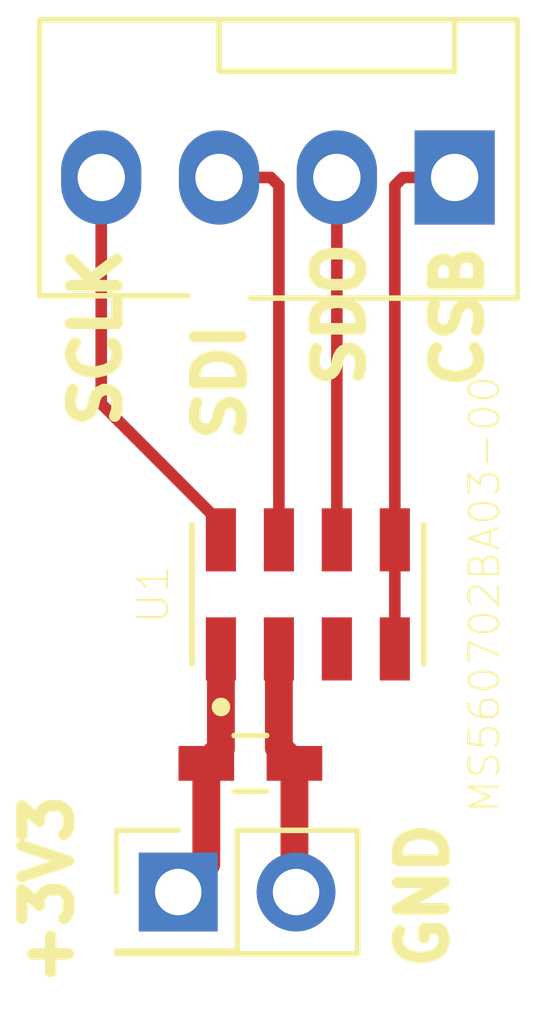
<source format=kicad_pcb>
(kicad_pcb (version 20171130) (host pcbnew 5.0.2-bee76a0~70~ubuntu18.04.1)

  (general
    (thickness 1.6)
    (drawings 6)
    (tracks 21)
    (zones 0)
    (modules 4)
    (nets 7)
  )

  (page A4)
  (layers
    (0 F.Cu signal)
    (31 B.Cu signal)
    (32 B.Adhes user)
    (33 F.Adhes user)
    (34 B.Paste user)
    (35 F.Paste user)
    (36 B.SilkS user)
    (37 F.SilkS user)
    (38 B.Mask user)
    (39 F.Mask user)
    (40 Dwgs.User user)
    (41 Cmts.User user)
    (42 Eco1.User user)
    (43 Eco2.User user)
    (44 Edge.Cuts user)
    (45 Margin user)
    (46 B.CrtYd user)
    (47 F.CrtYd user)
    (48 B.Fab user)
    (49 F.Fab user)
  )

  (setup
    (last_trace_width 0.6)
    (trace_clearance 0.2)
    (zone_clearance 0.508)
    (zone_45_only no)
    (trace_min 0.2)
    (segment_width 0.2)
    (edge_width 0.15)
    (via_size 0.8)
    (via_drill 0.4)
    (via_min_size 0.4)
    (via_min_drill 0.3)
    (uvia_size 0.3)
    (uvia_drill 0.1)
    (uvias_allowed no)
    (uvia_min_size 0.2)
    (uvia_min_drill 0.1)
    (pcb_text_width 0.3)
    (pcb_text_size 1.5 1.5)
    (mod_edge_width 0.15)
    (mod_text_size 1 1)
    (mod_text_width 0.15)
    (pad_size 4 4)
    (pad_drill 0)
    (pad_to_mask_clearance 0.2)
    (solder_mask_min_width 0.25)
    (aux_axis_origin 0 0)
    (visible_elements FFFFFF7F)
    (pcbplotparams
      (layerselection 0x3f0fc_ffffffff)
      (usegerberextensions false)
      (usegerberattributes false)
      (usegerberadvancedattributes false)
      (creategerberjobfile false)
      (excludeedgelayer true)
      (linewidth 0.100000)
      (plotframeref false)
      (viasonmask false)
      (mode 1)
      (useauxorigin false)
      (hpglpennumber 1)
      (hpglpenspeed 20)
      (hpglpendiameter 15.000000)
      (psnegative false)
      (psa4output false)
      (plotreference true)
      (plotvalue true)
      (plotinvisibletext false)
      (padsonsilk false)
      (subtractmaskfromsilk false)
      (outputformat 1)
      (mirror false)
      (drillshape 0)
      (scaleselection 1)
      (outputdirectory "Gerber/"))
  )

  (net 0 "")
  (net 1 GND)
  (net 2 +3V3)
  (net 3 /CSB)
  (net 4 /SDO)
  (net 5 /SDI)
  (net 6 /SCLK)

  (net_class Default "This is the default net class."
    (clearance 0.2)
    (trace_width 0.6)
    (via_dia 0.8)
    (via_drill 0.4)
    (uvia_dia 0.3)
    (uvia_drill 0.1)
    (add_net +3V3)
    (add_net /CSB)
    (add_net /SCLK)
    (add_net /SDI)
    (add_net /SDO)
    (add_net GND)
  )

  (module Capacitors_SMD:C_0603_HandSoldering (layer F.Cu) (tedit 5BD68DAC) (tstamp 5BD6D767)
    (at 145.6 93.01)
    (descr "Capacitor SMD 0603, hand soldering")
    (tags "capacitor 0603")
    (path /5BB5E0FC)
    (attr smd)
    (fp_text reference C1 (at 0 -1.25) (layer F.SilkS) hide
      (effects (font (size 1 1) (thickness 0.15)))
    )
    (fp_text value 100nF (at 0 1.5) (layer F.Fab) hide
      (effects (font (size 1 1) (thickness 0.15)))
    )
    (fp_text user %R (at 2.8 0) (layer F.Fab)
      (effects (font (size 1 1) (thickness 0.15)))
    )
    (fp_line (start -0.8 0.4) (end -0.8 -0.4) (layer F.Fab) (width 0.1))
    (fp_line (start 0.8 0.4) (end -0.8 0.4) (layer F.Fab) (width 0.1))
    (fp_line (start 0.8 -0.4) (end 0.8 0.4) (layer F.Fab) (width 0.1))
    (fp_line (start -0.8 -0.4) (end 0.8 -0.4) (layer F.Fab) (width 0.1))
    (fp_line (start -0.35 -0.6) (end 0.35 -0.6) (layer F.SilkS) (width 0.12))
    (fp_line (start 0.35 0.6) (end -0.35 0.6) (layer F.SilkS) (width 0.12))
    (fp_line (start -1.8 -0.65) (end 1.8 -0.65) (layer F.CrtYd) (width 0.05))
    (fp_line (start -1.8 -0.65) (end -1.8 0.65) (layer F.CrtYd) (width 0.05))
    (fp_line (start 1.8 0.65) (end 1.8 -0.65) (layer F.CrtYd) (width 0.05))
    (fp_line (start 1.8 0.65) (end -1.8 0.65) (layer F.CrtYd) (width 0.05))
    (pad 1 smd rect (at -0.95 0) (size 1.2 0.75) (layers F.Cu F.Paste F.Mask)
      (net 2 +3V3))
    (pad 2 smd rect (at 0.95 0) (size 1.2 0.75) (layers F.Cu F.Paste F.Mask)
      (net 1 GND))
    (model Capacitors_SMD.3dshapes/C_0603.wrl
      (at (xyz 0 0 0))
      (scale (xyz 1 1 1))
      (rotate (xyz 0 0 0))
    )
  )

  (module Connector:FanPinHeader_1x04_P2.54mm_Vertical (layer F.Cu) (tedit 5BC80010) (tstamp 5BD6E04E)
    (at 150.004203 80.383068 180)
    (descr "4-pin CPU fan Through hole pin header, e.g. for Wieson part number 2366C888-007 Molex 47053-1000, Foxconn HF27040-M1, Tyco 1470947-1 or equivalent, see http://www.formfactors.org/developer%5Cspecs%5Crev1_2_public.pdf")
    (tags "pin header 4-pin CPU fan")
    (path /5BB59CF9)
    (fp_text reference "" (at 5.91 2.06 90) (layer F.SilkS) hide
      (effects (font (size 1 1) (thickness 0.15)))
    )
    (fp_text value "" (at 3.83 4.21 180) (layer F.Fab) hide
      (effects (font (size 0.5 0.5) (thickness 0.125)))
    )
    (fp_text user %R (at 8.89 -3.81 270) (layer F.Fab)
      (effects (font (size 1 1) (thickness 0.15)))
    )
    (fp_line (start -1.35 -2.6) (end 4.4 -2.6) (layer F.SilkS) (width 0.12))
    (fp_line (start 5.75 -2.55) (end 8.95 -2.55) (layer F.SilkS) (width 0.12))
    (fp_line (start 8.95 -2.55) (end 8.95 3.4) (layer F.SilkS) (width 0.12))
    (fp_line (start 8.95 3.4) (end -1.35 3.4) (layer F.SilkS) (width 0.12))
    (fp_line (start -1.35 3.4) (end -1.35 -2.6) (layer F.SilkS) (width 0.12))
    (fp_line (start 5.1 3.3) (end 5.1 2.3) (layer F.Fab) (width 0.1))
    (fp_line (start 5.1 2.3) (end 0 2.3) (layer F.Fab) (width 0.1))
    (fp_line (start 0 2.3) (end 0 3.3) (layer F.Fab) (width 0.1))
    (fp_line (start 5.75 -2.5) (end 8.85 -2.5) (layer F.Fab) (width 0.1))
    (fp_line (start 8.85 -2.5) (end 8.85 3.3) (layer F.Fab) (width 0.1))
    (fp_line (start 8.85 3.3) (end -1.2 3.3) (layer F.Fab) (width 0.1))
    (fp_line (start -1.2 3.3) (end -1.25 3.3) (layer F.Fab) (width 0.1))
    (fp_line (start -1.25 3.3) (end -1.25 -2.5) (layer F.Fab) (width 0.1))
    (fp_line (start -1.25 -2.5) (end 4.4 -2.5) (layer F.Fab) (width 0.1))
    (fp_line (start 0 3.3) (end 0 2.29) (layer F.SilkS) (width 0.12))
    (fp_line (start 0 2.29) (end 5.08 2.29) (layer F.SilkS) (width 0.12))
    (fp_line (start 5.08 2.29) (end 5.08 3.3) (layer F.SilkS) (width 0.12))
    (fp_line (start -1.75 3.8) (end -1.75 -3.2) (layer F.CrtYd) (width 0.05))
    (fp_line (start -1.75 3.8) (end 9.35 3.8) (layer F.CrtYd) (width 0.05))
    (fp_line (start 9.35 -3.2) (end -1.75 -3.2) (layer F.CrtYd) (width 0.05))
    (fp_line (start 9.35 -3.2) (end 9.35 3.8) (layer F.CrtYd) (width 0.05))
    (pad 1 thru_hole rect (at 0 0 270) (size 2.03 1.73) (drill 1.02) (layers *.Cu *.Mask)
      (net 3 /CSB))
    (pad 2 thru_hole oval (at 2.54 0 270) (size 2.03 1.73) (drill 1.02) (layers *.Cu *.Mask)
      (net 4 /SDO))
    (pad 3 thru_hole oval (at 5.08 0 270) (size 2.03 1.73) (drill 1.02) (layers *.Cu *.Mask)
      (net 5 /SDI))
    (pad 4 thru_hole oval (at 7.62 0 270) (size 2.03 1.73) (drill 1.02) (layers *.Cu *.Mask)
      (net 6 /SCLK))
    (pad "" np_thru_hole circle (at 5.08 -2.16 270) (size 1.1 1.1) (drill 1.1) (layers *.Cu *.Mask))
    (model ${KISYS3DMOD}/Connector.3dshapes/FanPinHeader_1x04_P2.54mm_Vertical.wrl
      (at (xyz 0 0 0))
      (scale (xyz 1 1 1))
      (rotate (xyz 0 0 0))
    )
  )

  (module MS560702BA03-00:SON125P500X300X100-8N (layer F.Cu) (tedit 0) (tstamp 5BD6E765)
    (at 146.839203 89.368068 90)
    (path /5BB59AA0)
    (attr smd)
    (fp_text reference U1 (at 0 -3.3333 90) (layer F.SilkS)
      (effects (font (size 0.641134 0.641134) (thickness 0.05)))
    )
    (fp_text value MS560702BA03-00 (at 0 3.81 90) (layer F.SilkS)
      (effects (font (size 0.641908 0.641908) (thickness 0.05)))
    )
    (fp_line (start -1.5 -2.5) (end -1.5 2.5) (layer Dwgs.User) (width 0.127))
    (fp_line (start -1.5 2.5) (end 1.5 2.5) (layer Dwgs.User) (width 0.127))
    (fp_line (start 1.5 2.5) (end 1.5 -2.5) (layer Dwgs.User) (width 0.127))
    (fp_line (start 1.5 -2.5) (end -1.5 -2.5) (layer Dwgs.User) (width 0.127))
    (fp_line (start -1.5 -2.5) (end 1.5 -2.5) (layer F.SilkS) (width 0.127))
    (fp_line (start -1.5 2.5) (end 1.5 2.5) (layer F.SilkS) (width 0.127))
    (fp_line (start -2.11 -2.75) (end -2.11 2.75) (layer Eco1.User) (width 0.05))
    (fp_line (start -2.11 2.75) (end 2.11 2.75) (layer Eco1.User) (width 0.05))
    (fp_line (start 2.11 2.75) (end 2.11 -2.75) (layer Eco1.User) (width 0.05))
    (fp_line (start 2.11 -2.75) (end -2.11 -2.75) (layer Eco1.User) (width 0.05))
    (fp_circle (center -2.427 -1.873) (end -2.327 -1.873) (layer F.SilkS) (width 0.2))
    (fp_poly (pts (xy -1.87796 -1.4375) (xy 1.875 -1.4375) (xy 1.875 -1.06418) (xy -1.87796 -1.06418)) (layer Dwgs.User) (width 0))
    (fp_poly (pts (xy -1.87762 -1.4375) (xy 1.875 -1.4375) (xy 1.875 -1.06398) (xy -1.87762 -1.06398)) (layer Dwgs.User) (width 0))
    (fp_poly (pts (xy -1.88126 -0.1875) (xy 1.875 -0.1875) (xy 1.875 0.188126) (xy -1.88126 0.188126)) (layer Dwgs.User) (width 0))
    (fp_poly (pts (xy -1.87822 -0.1875) (xy 1.875 -0.1875) (xy 1.875 0.187822) (xy -1.87822 0.187822)) (layer Dwgs.User) (width 0))
    (fp_poly (pts (xy -1.8797 1.0625) (xy 1.875 1.0625) (xy 1.875 1.4411) (xy -1.8797 1.4411)) (layer Dwgs.User) (width 0))
    (fp_poly (pts (xy -1.88007 1.0625) (xy 1.875 1.0625) (xy 1.875 1.44139) (xy -1.88007 1.44139)) (layer Dwgs.User) (width 0))
    (fp_poly (pts (xy -0.376184 -1.905) (xy 0.381 -1.905) (xy 0.381 1.93961) (xy -0.376184 1.93961)) (layer Dwgs.User) (width 0))
    (fp_poly (pts (xy -0.375701 -1.905) (xy 0.381 -1.905) (xy 0.381 1.93712) (xy -0.375701 1.93712)) (layer Dwgs.User) (width 0))
    (pad 1 smd rect (at -1.175 -1.875 90) (size 1.36 0.65) (layers F.Cu F.Paste F.Mask)
      (net 2 +3V3))
    (pad 8 smd rect (at 1.175 -1.875 90) (size 1.36 0.65) (layers F.Cu F.Paste F.Mask)
      (net 6 /SCLK))
    (pad 2 smd rect (at -1.175 -0.625 90) (size 1.36 0.65) (layers F.Cu F.Paste F.Mask)
      (net 1 GND))
    (pad 3 smd rect (at -1.175 0.625 90) (size 1.36 0.65) (layers F.Cu F.Paste F.Mask)
      (net 1 GND))
    (pad 4 smd rect (at -1.175 1.875 90) (size 1.36 0.65) (layers F.Cu F.Paste F.Mask)
      (net 3 /CSB))
    (pad 5 smd rect (at 1.175 1.875 90) (size 1.36 0.65) (layers F.Cu F.Paste F.Mask)
      (net 3 /CSB))
    (pad 6 smd rect (at 1.175 0.625 90) (size 1.36 0.65) (layers F.Cu F.Paste F.Mask)
      (net 4 /SDO))
    (pad 7 smd rect (at 1.175 -0.625 90) (size 1.36 0.65) (layers F.Cu F.Paste F.Mask)
      (net 5 /SDI))
  )

  (module Connector_PinHeader_2.54mm:PinHeader_2x01_P2.54mm_Vertical (layer F.Cu) (tedit 5BC8008D) (tstamp 5BD6EDA9)
    (at 144.044203 95.783068)
    (descr "Through hole straight pin header, 2x01, 2.54mm pitch, double rows")
    (tags "Through hole pin header THT 2x01 2.54mm double row")
    (path /5BBAC4EB)
    (fp_text reference "" (at -2.6 -1.89 -270) (layer F.SilkS) hide
      (effects (font (size 1 1) (thickness 0.15)))
    )
    (fp_text value "" (at 1.25 2.57) (layer F.Fab)
      (effects (font (size 1 1) (thickness 0.15)))
    )
    (fp_line (start 0 -1.27) (end 3.81 -1.27) (layer F.Fab) (width 0.1))
    (fp_line (start 3.81 -1.27) (end 3.81 1.27) (layer F.Fab) (width 0.1))
    (fp_line (start 3.81 1.27) (end -1.27 1.27) (layer F.Fab) (width 0.1))
    (fp_line (start -1.27 1.27) (end -1.27 0) (layer F.Fab) (width 0.1))
    (fp_line (start -1.27 0) (end 0 -1.27) (layer F.Fab) (width 0.1))
    (fp_line (start -1.33 1.33) (end 3.87 1.33) (layer F.SilkS) (width 0.12))
    (fp_line (start -1.33 1.27) (end -1.33 1.33) (layer F.SilkS) (width 0.12))
    (fp_line (start 3.87 -1.33) (end 3.87 1.33) (layer F.SilkS) (width 0.12))
    (fp_line (start -1.33 1.27) (end 1.27 1.27) (layer F.SilkS) (width 0.12))
    (fp_line (start 1.27 1.27) (end 1.27 -1.33) (layer F.SilkS) (width 0.12))
    (fp_line (start 1.27 -1.33) (end 3.87 -1.33) (layer F.SilkS) (width 0.12))
    (fp_line (start -1.33 0) (end -1.33 -1.33) (layer F.SilkS) (width 0.12))
    (fp_line (start -1.33 -1.33) (end 0 -1.33) (layer F.SilkS) (width 0.12))
    (fp_line (start -1.8 -1.8) (end -1.8 1.8) (layer F.CrtYd) (width 0.05))
    (fp_line (start -1.8 1.8) (end 4.35 1.8) (layer F.CrtYd) (width 0.05))
    (fp_line (start 4.35 1.8) (end 4.35 -1.8) (layer F.CrtYd) (width 0.05))
    (fp_line (start 4.35 -1.8) (end -1.8 -1.8) (layer F.CrtYd) (width 0.05))
    (fp_text user %R (at 5.12 -1.18 -270) (layer F.Fab)
      (effects (font (size 1 1) (thickness 0.15)))
    )
    (pad 1 thru_hole rect (at 0 0) (size 1.7 1.7) (drill 1) (layers *.Cu *.Mask)
      (net 2 +3V3))
    (pad 2 thru_hole oval (at 2.54 0) (size 1.7 1.7) (drill 1) (layers *.Cu *.Mask)
      (net 1 GND))
    (model ${KISYS3DMOD}/Connector_PinHeader_2.54mm.3dshapes/PinHeader_2x01_P2.54mm_Vertical.wrl
      (at (xyz 0 0 0))
      (scale (xyz 1 1 1))
      (rotate (xyz 0 0 0))
    )
  )

  (gr_text GND (at 149.325 95.86 90) (layer F.SilkS) (tstamp 5BD6C5D6)
    (effects (font (size 1 1) (thickness 0.25)))
  )
  (gr_text +3V3 (at 141.225 95.735 90) (layer F.SilkS) (tstamp 5BD6EEE3)
    (effects (font (size 1 1) (thickness 0.25)))
  )
  (gr_text CSB (at 150.075 83.385 90) (layer F.SilkS) (tstamp 5BD6EEE0)
    (effects (font (size 1 1) (thickness 0.25)))
  )
  (gr_text SDO (at 147.525 83.335 90) (layer F.SilkS) (tstamp 5BD6EEDD)
    (effects (font (size 1 1) (thickness 0.25)))
  )
  (gr_text SDI (at 144.95 84.785 90) (layer F.SilkS) (tstamp 5BD6EEDA)
    (effects (font (size 1 1) (thickness 0.25)))
  )
  (gr_text SCLK (at 142.275 83.835 90) (layer F.SilkS) (tstamp 5BD6EED7)
    (effects (font (size 1 1) (thickness 0.25)))
  )

  (segment (start 146.214203 92.674203) (end 146.55 93.01) (width 0.6) (layer F.Cu) (net 1) (tstamp 5BD6D149))
  (segment (start 146.214203 90.543068) (end 146.214203 92.674203) (width 0.6) (layer F.Cu) (net 1) (tstamp 5BD6D146))
  (segment (start 146.55 95.748865) (end 146.584203 95.783068) (width 0.6) (layer F.Cu) (net 1) (tstamp 5BD6D143))
  (segment (start 146.55 93.01) (end 146.55 95.748865) (width 0.6) (layer F.Cu) (net 1) (tstamp 5BD6D140))
  (segment (start 145.024203 90.603068) (end 144.964203 90.543068) (width 0.25) (layer F.Cu) (net 2) (tstamp 5BD6D257) (status 30))
  (segment (start 144.964203 92.695797) (end 144.65 93.01) (width 0.6) (layer F.Cu) (net 2) (tstamp 5BD6C95D))
  (segment (start 144.964203 90.543068) (end 144.964203 92.695797) (width 0.6) (layer F.Cu) (net 2) (tstamp 5BD6C95A))
  (segment (start 144.65 95.177271) (end 144.044203 95.783068) (width 0.6) (layer F.Cu) (net 2) (tstamp 5BD6C957))
  (segment (start 144.65 93.01) (end 144.65 95.177271) (width 0.6) (layer F.Cu) (net 2) (tstamp 5BD6C954))
  (segment (start 148.889203 80.383068) (end 150.004203 80.383068) (width 0.25) (layer F.Cu) (net 3) (tstamp 5BD6D79A) (status 20))
  (segment (start 148.714203 80.558068) (end 148.889203 80.383068) (width 0.25) (layer F.Cu) (net 3) (tstamp 5BD6D797))
  (segment (start 148.714203 88.193068) (end 148.714203 80.558068) (width 0.25) (layer F.Cu) (net 3) (tstamp 5BD6D794) (status 10))
  (segment (start 148.714203 90.543068) (end 148.714203 88.193068) (width 0.25) (layer F.Cu) (net 3) (tstamp 5BD6D791) (status 30))
  (segment (start 147.464203 88.193068) (end 147.464203 80.383068) (width 0.25) (layer F.Cu) (net 4) (tstamp 5BD6D78E) (status 30))
  (segment (start 146.039203 80.383068) (end 144.924203 80.383068) (width 0.25) (layer F.Cu) (net 5) (tstamp 5BD6D78B) (status 20))
  (segment (start 146.214203 80.558068) (end 146.039203 80.383068) (width 0.25) (layer F.Cu) (net 5) (tstamp 5BD6D788))
  (segment (start 146.214203 88.193068) (end 146.214203 80.558068) (width 0.25) (layer F.Cu) (net 5) (tstamp 5BD6DEFC) (status 10))
  (segment (start 144.964203 87.838068) (end 142.384203 85.258068) (width 0.25) (layer F.Cu) (net 6) (tstamp 5BD6DEF9) (status 10))
  (segment (start 144.964203 88.193068) (end 144.964203 87.838068) (width 0.25) (layer F.Cu) (net 6) (tstamp 5BD6DEF6) (status 30))
  (segment (start 142.384203 85.258068) (end 142.384203 81.648068) (width 0.25) (layer F.Cu) (net 6) (tstamp 5BD6DEF3))
  (segment (start 142.384203 81.648068) (end 142.384203 80.383068) (width 0.25) (layer F.Cu) (net 6) (tstamp 5BD6DEF0) (status 20))

)

</source>
